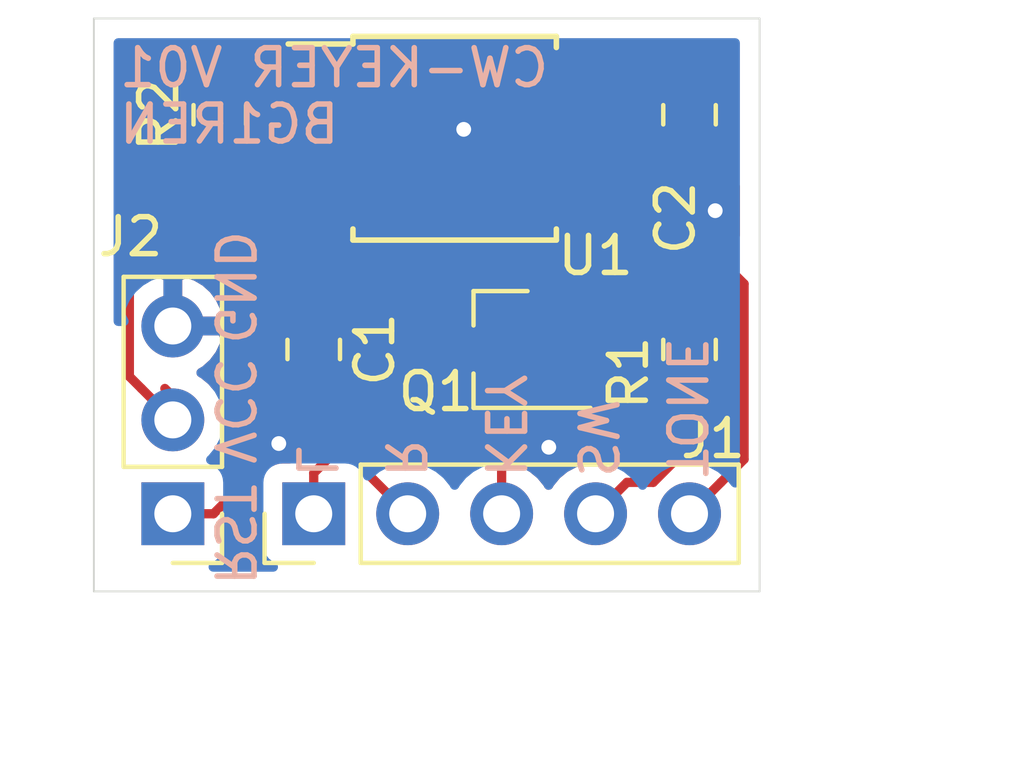
<source format=kicad_pcb>
(kicad_pcb (version 20171130) (host pcbnew 5.1.2)

  (general
    (thickness 1.6)
    (drawings 16)
    (tracks 73)
    (zones 0)
    (modules 8)
    (nets 11)
  )

  (page A4)
  (title_block
    (title "CW Keyer")
    (date 2019-05-22)
    (rev v01)
    (comment 4 "Author: BG1REN")
  )

  (layers
    (0 F.Cu signal)
    (31 B.Cu signal)
    (32 B.Adhes user)
    (33 F.Adhes user)
    (34 B.Paste user)
    (35 F.Paste user)
    (36 B.SilkS user)
    (37 F.SilkS user)
    (38 B.Mask user)
    (39 F.Mask user)
    (40 Dwgs.User user)
    (41 Cmts.User user)
    (42 Eco1.User user)
    (43 Eco2.User user)
    (44 Edge.Cuts user)
    (45 Margin user)
    (46 B.CrtYd user)
    (47 F.CrtYd user)
    (48 B.Fab user)
    (49 F.Fab user)
  )

  (setup
    (last_trace_width 0.25)
    (trace_clearance 0.2)
    (zone_clearance 0.508)
    (zone_45_only no)
    (trace_min 0.2)
    (via_size 0.8)
    (via_drill 0.4)
    (via_min_size 0.4)
    (via_min_drill 0.3)
    (uvia_size 0.3)
    (uvia_drill 0.1)
    (uvias_allowed no)
    (uvia_min_size 0.2)
    (uvia_min_drill 0.1)
    (edge_width 0.05)
    (segment_width 0.2)
    (pcb_text_width 0.3)
    (pcb_text_size 1.5 1.5)
    (mod_edge_width 0.12)
    (mod_text_size 1 1)
    (mod_text_width 0.15)
    (pad_size 1.524 1.524)
    (pad_drill 0.762)
    (pad_to_mask_clearance 0.051)
    (solder_mask_min_width 0.25)
    (aux_axis_origin 0 0)
    (visible_elements FFFFFF7F)
    (pcbplotparams
      (layerselection 0x010fc_ffffffff)
      (usegerberextensions false)
      (usegerberattributes false)
      (usegerberadvancedattributes false)
      (creategerberjobfile false)
      (excludeedgelayer true)
      (linewidth 0.100000)
      (plotframeref false)
      (viasonmask false)
      (mode 1)
      (useauxorigin false)
      (hpglpennumber 1)
      (hpglpenspeed 20)
      (hpglpendiameter 15.000000)
      (psnegative false)
      (psa4output false)
      (plotreference true)
      (plotvalue true)
      (plotinvisibletext false)
      (padsonsilk false)
      (subtractmaskfromsilk false)
      (outputformat 1)
      (mirror false)
      (drillshape 1)
      (scaleselection 1)
      (outputdirectory ""))
  )

  (net 0 "")
  (net 1 GND)
  (net 2 KEY)
  (net 3 TONE)
  (net 4 PAD_R)
  (net 5 PAD_L)
  (net 6 SW)
  (net 7 "Net-(Q1-Pad2)")
  (net 8 "Net-(R1-Pad2)")
  (net 9 VCC)
  (net 10 RESET)

  (net_class Default "This is the default net class."
    (clearance 0.2)
    (trace_width 0.25)
    (via_dia 0.8)
    (via_drill 0.4)
    (uvia_dia 0.3)
    (uvia_drill 0.1)
    (add_net GND)
    (add_net KEY)
    (add_net "Net-(Q1-Pad2)")
    (add_net "Net-(R1-Pad2)")
    (add_net PAD_L)
    (add_net PAD_R)
    (add_net RESET)
    (add_net SW)
    (add_net TONE)
    (add_net VCC)
  )

  (module Capacitor_SMD:C_0805_2012Metric_Pad1.15x1.40mm_HandSolder (layer F.Cu) (tedit 5B36C52B) (tstamp 5CE3AEDC)
    (at 141.605 78.105 270)
    (descr "Capacitor SMD 0805 (2012 Metric), square (rectangular) end terminal, IPC_7351 nominal with elongated pad for handsoldering. (Body size source: https://docs.google.com/spreadsheets/d/1BsfQQcO9C6DZCsRaXUlFlo91Tg2WpOkGARC1WS5S8t0/edit?usp=sharing), generated with kicad-footprint-generator")
    (tags "capacitor handsolder")
    (path /5CE3C03F)
    (attr smd)
    (fp_text reference C2 (at 2.794 0.381 90) (layer F.SilkS)
      (effects (font (size 1 1) (thickness 0.15)))
    )
    (fp_text value 10u (at 0 1.65 90) (layer F.Fab)
      (effects (font (size 1 1) (thickness 0.15)))
    )
    (fp_text user %R (at 0 0 90) (layer F.Fab)
      (effects (font (size 0.5 0.5) (thickness 0.08)))
    )
    (fp_line (start 1.85 0.95) (end -1.85 0.95) (layer F.CrtYd) (width 0.05))
    (fp_line (start 1.85 -0.95) (end 1.85 0.95) (layer F.CrtYd) (width 0.05))
    (fp_line (start -1.85 -0.95) (end 1.85 -0.95) (layer F.CrtYd) (width 0.05))
    (fp_line (start -1.85 0.95) (end -1.85 -0.95) (layer F.CrtYd) (width 0.05))
    (fp_line (start -0.261252 0.71) (end 0.261252 0.71) (layer F.SilkS) (width 0.12))
    (fp_line (start -0.261252 -0.71) (end 0.261252 -0.71) (layer F.SilkS) (width 0.12))
    (fp_line (start 1 0.6) (end -1 0.6) (layer F.Fab) (width 0.1))
    (fp_line (start 1 -0.6) (end 1 0.6) (layer F.Fab) (width 0.1))
    (fp_line (start -1 -0.6) (end 1 -0.6) (layer F.Fab) (width 0.1))
    (fp_line (start -1 0.6) (end -1 -0.6) (layer F.Fab) (width 0.1))
    (pad 2 smd roundrect (at 1.025 0 270) (size 1.15 1.4) (layers F.Cu F.Paste F.Mask) (roundrect_rratio 0.217391)
      (net 1 GND))
    (pad 1 smd roundrect (at -1.025 0 270) (size 1.15 1.4) (layers F.Cu F.Paste F.Mask) (roundrect_rratio 0.217391)
      (net 9 VCC))
    (model ${KISYS3DMOD}/Capacitor_SMD.3dshapes/C_0805_2012Metric.wrl
      (at (xyz 0 0 0))
      (scale (xyz 1 1 1))
      (rotate (xyz 0 0 0))
    )
  )

  (module Connector_PinHeader_2.54mm:PinHeader_1x03_P2.54mm_Vertical (layer F.Cu) (tedit 59FED5CC) (tstamp 5CE3FA50)
    (at 127.635 88.9 180)
    (descr "Through hole straight pin header, 1x03, 2.54mm pitch, single row")
    (tags "Through hole pin header THT 1x03 2.54mm single row")
    (path /5CE55E5E)
    (fp_text reference J2 (at 1.143 7.493) (layer F.SilkS)
      (effects (font (size 1 1) (thickness 0.15)))
    )
    (fp_text value Conn_01x03 (at 0 7.41) (layer F.Fab)
      (effects (font (size 1 1) (thickness 0.15)))
    )
    (fp_text user %R (at 0 2.54 90) (layer F.Fab)
      (effects (font (size 1 1) (thickness 0.15)))
    )
    (fp_line (start 1.8 -1.8) (end -1.8 -1.8) (layer F.CrtYd) (width 0.05))
    (fp_line (start 1.8 6.85) (end 1.8 -1.8) (layer F.CrtYd) (width 0.05))
    (fp_line (start -1.8 6.85) (end 1.8 6.85) (layer F.CrtYd) (width 0.05))
    (fp_line (start -1.8 -1.8) (end -1.8 6.85) (layer F.CrtYd) (width 0.05))
    (fp_line (start -1.33 -1.33) (end 0 -1.33) (layer F.SilkS) (width 0.12))
    (fp_line (start -1.33 0) (end -1.33 -1.33) (layer F.SilkS) (width 0.12))
    (fp_line (start -1.33 1.27) (end 1.33 1.27) (layer F.SilkS) (width 0.12))
    (fp_line (start 1.33 1.27) (end 1.33 6.41) (layer F.SilkS) (width 0.12))
    (fp_line (start -1.33 1.27) (end -1.33 6.41) (layer F.SilkS) (width 0.12))
    (fp_line (start -1.33 6.41) (end 1.33 6.41) (layer F.SilkS) (width 0.12))
    (fp_line (start -1.27 -0.635) (end -0.635 -1.27) (layer F.Fab) (width 0.1))
    (fp_line (start -1.27 6.35) (end -1.27 -0.635) (layer F.Fab) (width 0.1))
    (fp_line (start 1.27 6.35) (end -1.27 6.35) (layer F.Fab) (width 0.1))
    (fp_line (start 1.27 -1.27) (end 1.27 6.35) (layer F.Fab) (width 0.1))
    (fp_line (start -0.635 -1.27) (end 1.27 -1.27) (layer F.Fab) (width 0.1))
    (pad 3 thru_hole oval (at 0 5.08 180) (size 1.7 1.7) (drill 1) (layers *.Cu *.Mask)
      (net 1 GND))
    (pad 2 thru_hole oval (at 0 2.54 180) (size 1.7 1.7) (drill 1) (layers *.Cu *.Mask)
      (net 9 VCC))
    (pad 1 thru_hole rect (at 0 0 180) (size 1.7 1.7) (drill 1) (layers *.Cu *.Mask)
      (net 10 RESET))
    (model ${KISYS3DMOD}/Connector_PinHeader_2.54mm.3dshapes/PinHeader_1x03_P2.54mm_Vertical.wrl
      (at (xyz 0 0 0))
      (scale (xyz 1 1 1))
      (rotate (xyz 0 0 0))
    )
  )

  (module Connector_PinHeader_2.54mm:PinHeader_1x05_P2.54mm_Vertical (layer F.Cu) (tedit 59FED5CC) (tstamp 5CE3EFF1)
    (at 131.445 88.9 90)
    (descr "Through hole straight pin header, 1x05, 2.54mm pitch, single row")
    (tags "Through hole pin header THT 1x05 2.54mm single row")
    (path /5CE3E591)
    (fp_text reference J1 (at 2.032 10.795 180) (layer F.SilkS)
      (effects (font (size 1 1) (thickness 0.15)))
    )
    (fp_text value Conn_01x05 (at 0 12.49 90) (layer F.Fab)
      (effects (font (size 1 1) (thickness 0.15)))
    )
    (fp_text user %R (at 0 5.08) (layer F.Fab)
      (effects (font (size 1 1) (thickness 0.15)))
    )
    (fp_line (start 1.8 -1.8) (end -1.8 -1.8) (layer F.CrtYd) (width 0.05))
    (fp_line (start 1.8 11.95) (end 1.8 -1.8) (layer F.CrtYd) (width 0.05))
    (fp_line (start -1.8 11.95) (end 1.8 11.95) (layer F.CrtYd) (width 0.05))
    (fp_line (start -1.8 -1.8) (end -1.8 11.95) (layer F.CrtYd) (width 0.05))
    (fp_line (start -1.33 -1.33) (end 0 -1.33) (layer F.SilkS) (width 0.12))
    (fp_line (start -1.33 0) (end -1.33 -1.33) (layer F.SilkS) (width 0.12))
    (fp_line (start -1.33 1.27) (end 1.33 1.27) (layer F.SilkS) (width 0.12))
    (fp_line (start 1.33 1.27) (end 1.33 11.49) (layer F.SilkS) (width 0.12))
    (fp_line (start -1.33 1.27) (end -1.33 11.49) (layer F.SilkS) (width 0.12))
    (fp_line (start -1.33 11.49) (end 1.33 11.49) (layer F.SilkS) (width 0.12))
    (fp_line (start -1.27 -0.635) (end -0.635 -1.27) (layer F.Fab) (width 0.1))
    (fp_line (start -1.27 11.43) (end -1.27 -0.635) (layer F.Fab) (width 0.1))
    (fp_line (start 1.27 11.43) (end -1.27 11.43) (layer F.Fab) (width 0.1))
    (fp_line (start 1.27 -1.27) (end 1.27 11.43) (layer F.Fab) (width 0.1))
    (fp_line (start -0.635 -1.27) (end 1.27 -1.27) (layer F.Fab) (width 0.1))
    (pad 5 thru_hole oval (at 0 10.16 90) (size 1.7 1.7) (drill 1) (layers *.Cu *.Mask)
      (net 3 TONE))
    (pad 4 thru_hole oval (at 0 7.62 90) (size 1.7 1.7) (drill 1) (layers *.Cu *.Mask)
      (net 6 SW))
    (pad 3 thru_hole oval (at 0 5.08 90) (size 1.7 1.7) (drill 1) (layers *.Cu *.Mask)
      (net 2 KEY))
    (pad 2 thru_hole oval (at 0 2.54 90) (size 1.7 1.7) (drill 1) (layers *.Cu *.Mask)
      (net 4 PAD_R))
    (pad 1 thru_hole rect (at 0 0 90) (size 1.7 1.7) (drill 1) (layers *.Cu *.Mask)
      (net 5 PAD_L))
    (model ${KISYS3DMOD}/Connector_PinHeader_2.54mm.3dshapes/PinHeader_1x05_P2.54mm_Vertical.wrl
      (at (xyz 0 0 0))
      (scale (xyz 1 1 1))
      (rotate (xyz 0 0 0))
    )
  )

  (module Package_SO:SOIJ-8_5.3x5.3mm_P1.27mm (layer F.Cu) (tedit 5A02F2D3) (tstamp 5CE3F045)
    (at 135.255 78.74)
    (descr "8-Lead Plastic Small Outline (SM) - Medium, 5.28 mm Body [SOIC] (see Microchip Packaging Specification 00000049BS.pdf)")
    (tags "SOIC 1.27")
    (path /5CE51ECC)
    (attr smd)
    (fp_text reference U1 (at 3.81 3.175) (layer F.SilkS)
      (effects (font (size 1 1) (thickness 0.15)))
    )
    (fp_text value ATtiny85-20SU (at 0 3.68) (layer F.Fab)
      (effects (font (size 1 1) (thickness 0.15)))
    )
    (fp_line (start -2.75 -2.55) (end -4.5 -2.55) (layer F.SilkS) (width 0.15))
    (fp_line (start -2.75 2.755) (end 2.75 2.755) (layer F.SilkS) (width 0.15))
    (fp_line (start -2.75 -2.755) (end 2.75 -2.755) (layer F.SilkS) (width 0.15))
    (fp_line (start -2.75 2.755) (end -2.75 2.455) (layer F.SilkS) (width 0.15))
    (fp_line (start 2.75 2.755) (end 2.75 2.455) (layer F.SilkS) (width 0.15))
    (fp_line (start 2.75 -2.755) (end 2.75 -2.455) (layer F.SilkS) (width 0.15))
    (fp_line (start -2.75 -2.755) (end -2.75 -2.55) (layer F.SilkS) (width 0.15))
    (fp_line (start -4.75 2.95) (end 4.75 2.95) (layer F.CrtYd) (width 0.05))
    (fp_line (start -4.75 -2.95) (end 4.75 -2.95) (layer F.CrtYd) (width 0.05))
    (fp_line (start 4.75 -2.95) (end 4.75 2.95) (layer F.CrtYd) (width 0.05))
    (fp_line (start -4.75 -2.95) (end -4.75 2.95) (layer F.CrtYd) (width 0.05))
    (fp_line (start -2.65 -1.65) (end -1.65 -2.65) (layer F.Fab) (width 0.15))
    (fp_line (start -2.65 2.65) (end -2.65 -1.65) (layer F.Fab) (width 0.15))
    (fp_line (start 2.65 2.65) (end -2.65 2.65) (layer F.Fab) (width 0.15))
    (fp_line (start 2.65 -2.65) (end 2.65 2.65) (layer F.Fab) (width 0.15))
    (fp_line (start -1.65 -2.65) (end 2.65 -2.65) (layer F.Fab) (width 0.15))
    (fp_text user %R (at 0 0) (layer F.Fab)
      (effects (font (size 1 1) (thickness 0.15)))
    )
    (pad 8 smd rect (at 3.65 -1.905) (size 1.7 0.65) (layers F.Cu F.Paste F.Mask)
      (net 9 VCC))
    (pad 7 smd rect (at 3.65 -0.635) (size 1.7 0.65) (layers F.Cu F.Paste F.Mask)
      (net 3 TONE))
    (pad 6 smd rect (at 3.65 0.635) (size 1.7 0.65) (layers F.Cu F.Paste F.Mask)
      (net 8 "Net-(R1-Pad2)"))
    (pad 5 smd rect (at 3.65 1.905) (size 1.7 0.65) (layers F.Cu F.Paste F.Mask)
      (net 6 SW))
    (pad 4 smd rect (at -3.65 1.905) (size 1.7 0.65) (layers F.Cu F.Paste F.Mask)
      (net 1 GND))
    (pad 3 smd rect (at -3.65 0.635) (size 1.7 0.65) (layers F.Cu F.Paste F.Mask)
      (net 4 PAD_R))
    (pad 2 smd rect (at -3.65 -0.635) (size 1.7 0.65) (layers F.Cu F.Paste F.Mask)
      (net 5 PAD_L))
    (pad 1 smd rect (at -3.65 -1.905) (size 1.7 0.65) (layers F.Cu F.Paste F.Mask)
      (net 10 RESET))
    (model ${KISYS3DMOD}/Package_SO.3dshapes/SOIJ-8_5.3x5.3mm_P1.27mm.wrl
      (at (xyz 0 0 0))
      (scale (xyz 1 1 1))
      (rotate (xyz 0 0 0))
    )
  )

  (module Resistor_SMD:R_0805_2012Metric_Pad1.15x1.40mm_HandSolder (layer F.Cu) (tedit 5B36C52B) (tstamp 5CE3F028)
    (at 128.905 78.105 90)
    (descr "Resistor SMD 0805 (2012 Metric), square (rectangular) end terminal, IPC_7351 nominal with elongated pad for handsoldering. (Body size source: https://docs.google.com/spreadsheets/d/1BsfQQcO9C6DZCsRaXUlFlo91Tg2WpOkGARC1WS5S8t0/edit?usp=sharing), generated with kicad-footprint-generator")
    (tags "resistor handsolder")
    (path /5CE4AC5C)
    (attr smd)
    (fp_text reference R2 (at 0 -1.65 90) (layer F.SilkS)
      (effects (font (size 1 1) (thickness 0.15)))
    )
    (fp_text value 4.7K (at 0 1.65 90) (layer F.Fab)
      (effects (font (size 1 1) (thickness 0.15)))
    )
    (fp_text user %R (at 0 0 90) (layer F.Fab)
      (effects (font (size 0.5 0.5) (thickness 0.08)))
    )
    (fp_line (start 1.85 0.95) (end -1.85 0.95) (layer F.CrtYd) (width 0.05))
    (fp_line (start 1.85 -0.95) (end 1.85 0.95) (layer F.CrtYd) (width 0.05))
    (fp_line (start -1.85 -0.95) (end 1.85 -0.95) (layer F.CrtYd) (width 0.05))
    (fp_line (start -1.85 0.95) (end -1.85 -0.95) (layer F.CrtYd) (width 0.05))
    (fp_line (start -0.261252 0.71) (end 0.261252 0.71) (layer F.SilkS) (width 0.12))
    (fp_line (start -0.261252 -0.71) (end 0.261252 -0.71) (layer F.SilkS) (width 0.12))
    (fp_line (start 1 0.6) (end -1 0.6) (layer F.Fab) (width 0.1))
    (fp_line (start 1 -0.6) (end 1 0.6) (layer F.Fab) (width 0.1))
    (fp_line (start -1 -0.6) (end 1 -0.6) (layer F.Fab) (width 0.1))
    (fp_line (start -1 0.6) (end -1 -0.6) (layer F.Fab) (width 0.1))
    (pad 2 smd roundrect (at 1.025 0 90) (size 1.15 1.4) (layers F.Cu F.Paste F.Mask) (roundrect_rratio 0.217391)
      (net 9 VCC))
    (pad 1 smd roundrect (at -1.025 0 90) (size 1.15 1.4) (layers F.Cu F.Paste F.Mask) (roundrect_rratio 0.217391)
      (net 10 RESET))
    (model ${KISYS3DMOD}/Resistor_SMD.3dshapes/R_0805_2012Metric.wrl
      (at (xyz 0 0 0))
      (scale (xyz 1 1 1))
      (rotate (xyz 0 0 0))
    )
  )

  (module Resistor_SMD:R_0805_2012Metric_Pad1.15x1.40mm_HandSolder (layer F.Cu) (tedit 5B36C52B) (tstamp 5CE3F017)
    (at 141.605 84.455 90)
    (descr "Resistor SMD 0805 (2012 Metric), square (rectangular) end terminal, IPC_7351 nominal with elongated pad for handsoldering. (Body size source: https://docs.google.com/spreadsheets/d/1BsfQQcO9C6DZCsRaXUlFlo91Tg2WpOkGARC1WS5S8t0/edit?usp=sharing), generated with kicad-footprint-generator")
    (tags "resistor handsolder")
    (path /5CE3CAAD)
    (attr smd)
    (fp_text reference R1 (at -0.635 -1.65 90) (layer F.SilkS)
      (effects (font (size 1 1) (thickness 0.15)))
    )
    (fp_text value 4.7K (at 0 1.65 90) (layer F.Fab)
      (effects (font (size 1 1) (thickness 0.15)))
    )
    (fp_text user %R (at 0 0 90) (layer F.Fab)
      (effects (font (size 0.5 0.5) (thickness 0.08)))
    )
    (fp_line (start 1.85 0.95) (end -1.85 0.95) (layer F.CrtYd) (width 0.05))
    (fp_line (start 1.85 -0.95) (end 1.85 0.95) (layer F.CrtYd) (width 0.05))
    (fp_line (start -1.85 -0.95) (end 1.85 -0.95) (layer F.CrtYd) (width 0.05))
    (fp_line (start -1.85 0.95) (end -1.85 -0.95) (layer F.CrtYd) (width 0.05))
    (fp_line (start -0.261252 0.71) (end 0.261252 0.71) (layer F.SilkS) (width 0.12))
    (fp_line (start -0.261252 -0.71) (end 0.261252 -0.71) (layer F.SilkS) (width 0.12))
    (fp_line (start 1 0.6) (end -1 0.6) (layer F.Fab) (width 0.1))
    (fp_line (start 1 -0.6) (end 1 0.6) (layer F.Fab) (width 0.1))
    (fp_line (start -1 -0.6) (end 1 -0.6) (layer F.Fab) (width 0.1))
    (fp_line (start -1 0.6) (end -1 -0.6) (layer F.Fab) (width 0.1))
    (pad 2 smd roundrect (at 1.025 0 90) (size 1.15 1.4) (layers F.Cu F.Paste F.Mask) (roundrect_rratio 0.217391)
      (net 8 "Net-(R1-Pad2)"))
    (pad 1 smd roundrect (at -1.025 0 90) (size 1.15 1.4) (layers F.Cu F.Paste F.Mask) (roundrect_rratio 0.217391)
      (net 7 "Net-(Q1-Pad2)"))
    (model ${KISYS3DMOD}/Resistor_SMD.3dshapes/R_0805_2012Metric.wrl
      (at (xyz 0 0 0))
      (scale (xyz 1 1 1))
      (rotate (xyz 0 0 0))
    )
  )

  (module Package_TO_SOT_SMD:SOT-23_Handsoldering (layer F.Cu) (tedit 5A0AB76C) (tstamp 5CE3F006)
    (at 136.525 84.455 180)
    (descr "SOT-23, Handsoldering")
    (tags SOT-23)
    (path /5CE3C3D3)
    (attr smd)
    (fp_text reference Q1 (at 1.778 -1.143) (layer F.SilkS)
      (effects (font (size 1 1) (thickness 0.15)))
    )
    (fp_text value S8050 (at 0 2.5) (layer F.Fab)
      (effects (font (size 1 1) (thickness 0.15)))
    )
    (fp_line (start 0.76 1.58) (end -0.7 1.58) (layer F.SilkS) (width 0.12))
    (fp_line (start -0.7 1.52) (end 0.7 1.52) (layer F.Fab) (width 0.1))
    (fp_line (start 0.7 -1.52) (end 0.7 1.52) (layer F.Fab) (width 0.1))
    (fp_line (start -0.7 -0.95) (end -0.15 -1.52) (layer F.Fab) (width 0.1))
    (fp_line (start -0.15 -1.52) (end 0.7 -1.52) (layer F.Fab) (width 0.1))
    (fp_line (start -0.7 -0.95) (end -0.7 1.5) (layer F.Fab) (width 0.1))
    (fp_line (start 0.76 -1.58) (end -2.4 -1.58) (layer F.SilkS) (width 0.12))
    (fp_line (start -2.7 1.75) (end -2.7 -1.75) (layer F.CrtYd) (width 0.05))
    (fp_line (start 2.7 1.75) (end -2.7 1.75) (layer F.CrtYd) (width 0.05))
    (fp_line (start 2.7 -1.75) (end 2.7 1.75) (layer F.CrtYd) (width 0.05))
    (fp_line (start -2.7 -1.75) (end 2.7 -1.75) (layer F.CrtYd) (width 0.05))
    (fp_line (start 0.76 -1.58) (end 0.76 -0.65) (layer F.SilkS) (width 0.12))
    (fp_line (start 0.76 1.58) (end 0.76 0.65) (layer F.SilkS) (width 0.12))
    (fp_text user %R (at 0 0 90) (layer F.Fab)
      (effects (font (size 0.5 0.5) (thickness 0.075)))
    )
    (pad 3 smd rect (at 1.5 0 180) (size 1.9 0.8) (layers F.Cu F.Paste F.Mask)
      (net 2 KEY))
    (pad 2 smd rect (at -1.5 0.95 180) (size 1.9 0.8) (layers F.Cu F.Paste F.Mask)
      (net 7 "Net-(Q1-Pad2)"))
    (pad 1 smd rect (at -1.5 -0.95 180) (size 1.9 0.8) (layers F.Cu F.Paste F.Mask)
      (net 1 GND))
    (model ${KISYS3DMOD}/Package_TO_SOT_SMD.3dshapes/SOT-23.wrl
      (at (xyz 0 0 0))
      (scale (xyz 1 1 1))
      (rotate (xyz 0 0 0))
    )
  )

  (module Capacitor_SMD:C_0805_2012Metric_Pad1.15x1.40mm_HandSolder (layer F.Cu) (tedit 5B36C52B) (tstamp 5CE3EFD8)
    (at 131.445 84.455 270)
    (descr "Capacitor SMD 0805 (2012 Metric), square (rectangular) end terminal, IPC_7351 nominal with elongated pad for handsoldering. (Body size source: https://docs.google.com/spreadsheets/d/1BsfQQcO9C6DZCsRaXUlFlo91Tg2WpOkGARC1WS5S8t0/edit?usp=sharing), generated with kicad-footprint-generator")
    (tags "capacitor handsolder")
    (path /5CE4B2AD)
    (attr smd)
    (fp_text reference C1 (at 0 -1.65 90) (layer F.SilkS)
      (effects (font (size 1 1) (thickness 0.15)))
    )
    (fp_text value 10u (at 0 1.65 90) (layer F.Fab)
      (effects (font (size 1 1) (thickness 0.15)))
    )
    (fp_text user %R (at 0 0 90) (layer F.Fab)
      (effects (font (size 0.5 0.5) (thickness 0.08)))
    )
    (fp_line (start 1.85 0.95) (end -1.85 0.95) (layer F.CrtYd) (width 0.05))
    (fp_line (start 1.85 -0.95) (end 1.85 0.95) (layer F.CrtYd) (width 0.05))
    (fp_line (start -1.85 -0.95) (end 1.85 -0.95) (layer F.CrtYd) (width 0.05))
    (fp_line (start -1.85 0.95) (end -1.85 -0.95) (layer F.CrtYd) (width 0.05))
    (fp_line (start -0.261252 0.71) (end 0.261252 0.71) (layer F.SilkS) (width 0.12))
    (fp_line (start -0.261252 -0.71) (end 0.261252 -0.71) (layer F.SilkS) (width 0.12))
    (fp_line (start 1 0.6) (end -1 0.6) (layer F.Fab) (width 0.1))
    (fp_line (start 1 -0.6) (end 1 0.6) (layer F.Fab) (width 0.1))
    (fp_line (start -1 -0.6) (end 1 -0.6) (layer F.Fab) (width 0.1))
    (fp_line (start -1 0.6) (end -1 -0.6) (layer F.Fab) (width 0.1))
    (pad 2 smd roundrect (at 1.025 0 270) (size 1.15 1.4) (layers F.Cu F.Paste F.Mask) (roundrect_rratio 0.217391)
      (net 1 GND))
    (pad 1 smd roundrect (at -1.025 0 270) (size 1.15 1.4) (layers F.Cu F.Paste F.Mask) (roundrect_rratio 0.217391)
      (net 10 RESET))
    (model ${KISYS3DMOD}/Capacitor_SMD.3dshapes/C_0805_2012Metric.wrl
      (at (xyz 0 0 0))
      (scale (xyz 1 1 1))
      (rotate (xyz 0 0 0))
    )
  )

  (dimension 15.5 (width 0.15) (layer Dwgs.User)
    (gr_text "15.500 mm" (at 149.3 83.25 270) (layer Dwgs.User)
      (effects (font (size 1 1) (thickness 0.15)))
    )
    (feature1 (pts (xy 143.5 91) (xy 148.586421 91)))
    (feature2 (pts (xy 143.5 75.5) (xy 148.586421 75.5)))
    (crossbar (pts (xy 148 75.5) (xy 148 91)))
    (arrow1a (pts (xy 148 91) (xy 147.413579 89.873496)))
    (arrow1b (pts (xy 148 91) (xy 148.586421 89.873496)))
    (arrow2a (pts (xy 148 75.5) (xy 147.413579 76.626504)))
    (arrow2b (pts (xy 148 75.5) (xy 148.586421 76.626504)))
  )
  (dimension 18 (width 0.15) (layer Dwgs.User)
    (gr_text "18.000 mm" (at 134.5 96.4) (layer Dwgs.User)
      (effects (font (size 1 1) (thickness 0.15)))
    )
    (feature1 (pts (xy 143.5 91) (xy 143.5 95.686421)))
    (feature2 (pts (xy 125.5 91) (xy 125.5 95.686421)))
    (crossbar (pts (xy 125.5 95.1) (xy 143.5 95.1)))
    (arrow1a (pts (xy 143.5 95.1) (xy 142.373496 95.686421)))
    (arrow1b (pts (xy 143.5 95.1) (xy 142.373496 94.513579)))
    (arrow2a (pts (xy 125.5 95.1) (xy 126.626504 95.686421)))
    (arrow2b (pts (xy 125.5 95.1) (xy 126.626504 94.513579)))
  )
  (gr_line (start 125.5 91) (end 143.5 91) (layer Edge.Cuts) (width 0.05) (tstamp 5CE3B6CF))
  (gr_line (start 125.5 75.5) (end 125.5 91) (layer Edge.Cuts) (width 0.05))
  (gr_line (start 143.5 75.5) (end 125.5 75.5) (layer Edge.Cuts) (width 0.05))
  (gr_line (start 143.5 91) (end 143.5 75.5) (layer Edge.Cuts) (width 0.05))
  (gr_text BG1REN (at 126.111 78.359) (layer B.SilkS)
    (effects (font (size 1 1) (thickness 0.15)) (justify right mirror))
  )
  (gr_text "CW-KEYER V01" (at 126.111 76.835) (layer B.SilkS)
    (effects (font (size 1 1) (thickness 0.15)) (justify right mirror))
  )
  (gr_text GND (at 129.286 81.153 270) (layer B.SilkS)
    (effects (font (size 1 1) (thickness 0.15)) (justify right mirror))
  )
  (gr_text VCC (at 129.286 84.582 270) (layer B.SilkS)
    (effects (font (size 1 1) (thickness 0.15)) (justify right mirror))
  )
  (gr_text RST (at 129.286 88.011 270) (layer B.SilkS)
    (effects (font (size 1 1) (thickness 0.15)) (justify right mirror))
  )
  (gr_text KEY (at 136.6 88 270) (layer B.SilkS)
    (effects (font (size 1 1) (thickness 0.15)) (justify left mirror))
  )
  (gr_text TONE (at 141.5 88 270) (layer B.SilkS)
    (effects (font (size 1 1) (thickness 0.15)) (justify left mirror))
  )
  (gr_text R (at 133.9 88 270) (layer B.SilkS)
    (effects (font (size 1 1) (thickness 0.15)) (justify left mirror))
  )
  (gr_text L (at 131.5 88 270) (layer B.SilkS)
    (effects (font (size 1 1) (thickness 0.15)) (justify left mirror))
  )
  (gr_text SW (at 139.1 88 270) (layer B.SilkS)
    (effects (font (size 1 1) (thickness 0.15)) (justify left mirror))
  )

  (via (at 142.3 80.7) (size 0.8) (drill 0.4) (layers F.Cu B.Cu) (net 1))
  (segment (start 142.3 79.825) (end 141.605 79.13) (width 0.25) (layer F.Cu) (net 1))
  (segment (start 142.3 80.7) (end 142.3 79.825) (width 0.25) (layer F.Cu) (net 1))
  (via (at 137.8 87.1) (size 0.8) (drill 0.4) (layers F.Cu B.Cu) (net 1))
  (via (at 135.5 78.5) (size 0.8) (drill 0.4) (layers F.Cu B.Cu) (net 1))
  (via (at 130.5 87) (size 0.8) (drill 0.4) (layers F.Cu B.Cu) (net 1))
  (segment (start 136.525 84.755) (end 136.525 87.697919) (width 0.25) (layer F.Cu) (net 2))
  (segment (start 136.225 84.455) (end 136.525 84.755) (width 0.25) (layer F.Cu) (net 2))
  (segment (start 136.525 87.697919) (end 136.525 88.9) (width 0.25) (layer F.Cu) (net 2))
  (segment (start 135.025 84.455) (end 136.225 84.455) (width 0.25) (layer F.Cu) (net 2))
  (segment (start 138.905 78.105) (end 138.43 78.105) (width 0.25) (layer F.Cu) (net 3))
  (segment (start 143.08002 87.42498) (end 142.454999 88.050001) (width 0.25) (layer F.Cu) (net 3))
  (segment (start 143.08002 82.68042) (end 143.08002 87.42498) (width 0.25) (layer F.Cu) (net 3))
  (segment (start 140.080001 79.680401) (end 143.08002 82.68042) (width 0.25) (layer F.Cu) (net 3))
  (segment (start 140.080001 78.755001) (end 140.080001 79.680401) (width 0.25) (layer F.Cu) (net 3))
  (segment (start 142.454999 88.050001) (end 141.605 88.9) (width 0.25) (layer F.Cu) (net 3))
  (segment (start 139.43 78.105) (end 140.080001 78.755001) (width 0.25) (layer F.Cu) (net 3))
  (segment (start 138.905 78.105) (end 139.43 78.105) (width 0.25) (layer F.Cu) (net 3))
  (segment (start 139.065 88.519) (end 139.065 88.9) (width 0.25) (layer B.Cu) (net 6))
  (segment (start 132.13 79.375) (end 131.605 79.375) (width 0.25) (layer F.Cu) (net 4))
  (segment (start 130.38002 79.49998) (end 130.38002 81.08359) (width 0.25) (layer F.Cu) (net 4))
  (segment (start 131.605 79.375) (end 130.505 79.375) (width 0.25) (layer F.Cu) (net 4))
  (segment (start 130.505 79.375) (end 130.38002 79.49998) (width 0.25) (layer F.Cu) (net 4))
  (segment (start 132.319581 82.079981) (end 132.92002 82.68042) (width 0.25) (layer F.Cu) (net 4))
  (segment (start 130.38002 81.08359) (end 131.37641 82.07998) (width 0.25) (layer F.Cu) (net 4))
  (segment (start 131.37641 82.07998) (end 132.319581 82.079981) (width 0.25) (layer F.Cu) (net 4))
  (segment (start 132.92002 87.83502) (end 133.985 88.9) (width 0.25) (layer F.Cu) (net 4))
  (segment (start 132.92002 82.68042) (end 132.92002 87.83502) (width 0.25) (layer F.Cu) (net 4))
  (segment (start 131.08 78.105) (end 131.605 78.105) (width 0.25) (layer F.Cu) (net 5))
  (segment (start 129.93001 78.67999) (end 129.93001 81.26999) (width 0.25) (layer F.Cu) (net 5))
  (segment (start 131.605 78.105) (end 130.505 78.105) (width 0.25) (layer F.Cu) (net 5))
  (segment (start 130.505 78.105) (end 129.93001 78.67999) (width 0.25) (layer F.Cu) (net 5))
  (segment (start 132.47001 82.86682) (end 132.47001 86.77499) (width 0.25) (layer F.Cu) (net 5))
  (segment (start 131.445 87.8) (end 131.445 88.9) (width 0.25) (layer F.Cu) (net 5))
  (segment (start 132.13318 82.52999) (end 132.47001 82.86682) (width 0.25) (layer F.Cu) (net 5))
  (segment (start 132.47001 86.77499) (end 131.445 87.8) (width 0.25) (layer F.Cu) (net 5))
  (segment (start 131.19001 82.52999) (end 132.13318 82.52999) (width 0.25) (layer F.Cu) (net 5))
  (segment (start 129.93001 81.26999) (end 131.19001 82.52999) (width 0.25) (layer F.Cu) (net 5))
  (segment (start 140.40819 80.645) (end 142.63001 82.86682) (width 0.25) (layer F.Cu) (net 6))
  (segment (start 139.914999 88.050001) (end 139.065 88.9) (width 0.25) (layer F.Cu) (net 6))
  (segment (start 140.623189 88.050001) (end 139.914999 88.050001) (width 0.25) (layer F.Cu) (net 6))
  (segment (start 142.63001 86.04318) (end 140.623189 88.050001) (width 0.25) (layer F.Cu) (net 6))
  (segment (start 142.63001 82.86682) (end 142.63001 86.04318) (width 0.25) (layer F.Cu) (net 6))
  (segment (start 138.905 80.645) (end 140.40819 80.645) (width 0.25) (layer F.Cu) (net 6))
  (segment (start 139.63 83.505) (end 141.605 85.48) (width 0.25) (layer F.Cu) (net 7))
  (segment (start 138.025 83.505) (end 139.63 83.505) (width 0.25) (layer F.Cu) (net 7))
  (segment (start 140.981628 82.806628) (end 141.605 83.43) (width 0.25) (layer F.Cu) (net 8))
  (segment (start 137.729999 80.025001) (end 137.729999 81.274997) (width 0.25) (layer F.Cu) (net 8))
  (segment (start 137.729999 81.274997) (end 139.26163 82.806628) (width 0.25) (layer F.Cu) (net 8))
  (segment (start 138.38 79.375) (end 137.729999 80.025001) (width 0.25) (layer F.Cu) (net 8))
  (segment (start 139.26163 82.806628) (end 140.981628 82.806628) (width 0.25) (layer F.Cu) (net 8))
  (segment (start 138.905 79.375) (end 138.38 79.375) (width 0.25) (layer F.Cu) (net 8))
  (segment (start 139.15 77.08) (end 138.905 76.835) (width 0.25) (layer F.Cu) (net 9))
  (segment (start 141.605 77.08) (end 139.15 77.08) (width 0.25) (layer F.Cu) (net 9))
  (segment (start 127.420001 85.510001) (end 128.27 86.36) (width 0.25) (layer F.Cu) (net 9))
  (segment (start 129.528372 76.456628) (end 128.905 77.08) (width 0.25) (layer F.Cu) (net 9))
  (segment (start 129.800001 76.184999) (end 129.528372 76.456628) (width 0.25) (layer F.Cu) (net 9))
  (segment (start 137.154999 76.184999) (end 129.800001 76.184999) (width 0.25) (layer F.Cu) (net 9))
  (segment (start 137.805 76.835) (end 137.154999 76.184999) (width 0.25) (layer F.Cu) (net 9))
  (segment (start 138.905 76.835) (end 137.805 76.835) (width 0.25) (layer F.Cu) (net 9))
  (segment (start 126.785001 85.510001) (end 127.635 86.36) (width 0.25) (layer F.Cu) (net 9))
  (segment (start 126.459999 79.525001) (end 126.459999 85.184999) (width 0.25) (layer F.Cu) (net 9))
  (segment (start 126.459999 85.184999) (end 126.785001 85.510001) (width 0.25) (layer F.Cu) (net 9))
  (segment (start 128.905 77.08) (end 126.459999 79.525001) (width 0.25) (layer F.Cu) (net 9))
  (segment (start 128.905 79.01) (end 128.905 79.13) (width 0.25) (layer F.Cu) (net 10))
  (segment (start 131.08 76.835) (end 128.905 79.01) (width 0.25) (layer F.Cu) (net 10))
  (segment (start 131.605 76.835) (end 131.08 76.835) (width 0.25) (layer F.Cu) (net 10))
  (segment (start 128.905 80.89) (end 128.905 79.13) (width 0.25) (layer F.Cu) (net 10))
  (segment (start 131.445 83.43) (end 128.905 80.89) (width 0.25) (layer F.Cu) (net 10))
  (segment (start 128.735 88.9) (end 127.635 88.9) (width 0.25) (layer F.Cu) (net 10))
  (segment (start 129.54 88.095) (end 128.735 88.9) (width 0.25) (layer F.Cu) (net 10))
  (segment (start 129.54 85.335) (end 129.54 88.095) (width 0.25) (layer F.Cu) (net 10))
  (segment (start 131.445 83.43) (end 129.54 85.335) (width 0.25) (layer F.Cu) (net 10))

  (zone (net 1) (net_name GND) (layer F.Cu) (tstamp 5CF0EDC0) (hatch edge 0.508)
    (connect_pads (clearance 0.508))
    (min_thickness 0.254)
    (fill yes (arc_segments 32) (thermal_gap 0.508) (thermal_bridge_width 0.508))
    (polygon
      (pts
        (xy 125 75) (xy 144 75) (xy 144 91.5) (xy 125 91.5)
      )
    )
    (filled_polygon
      (pts
        (xy 140.266928 85.21673) (xy 140.266928 85.805001) (xy 140.283992 85.978255) (xy 140.334528 86.144851) (xy 140.416595 86.298387)
        (xy 140.527038 86.432962) (xy 140.661613 86.543405) (xy 140.815149 86.625472) (xy 140.936197 86.662191) (xy 140.308388 87.290001)
        (xy 139.952321 87.290001) (xy 139.914998 87.286325) (xy 139.877675 87.290001) (xy 139.877666 87.290001) (xy 139.766013 87.300998)
        (xy 139.622752 87.344455) (xy 139.490722 87.415027) (xy 139.435302 87.460509) (xy 139.356111 87.436487) (xy 139.13795 87.415)
        (xy 138.99205 87.415) (xy 138.773889 87.436487) (xy 138.493966 87.521401) (xy 138.235986 87.659294) (xy 138.009866 87.844866)
        (xy 137.824294 88.070986) (xy 137.795 88.125791) (xy 137.765706 88.070986) (xy 137.580134 87.844866) (xy 137.354014 87.659294)
        (xy 137.285 87.622405) (xy 137.285 86.442101) (xy 137.73925 86.44) (xy 137.898 86.28125) (xy 137.898 85.532)
        (xy 138.152 85.532) (xy 138.152 86.28125) (xy 138.31075 86.44) (xy 138.975 86.443072) (xy 139.099482 86.430812)
        (xy 139.21918 86.394502) (xy 139.329494 86.335537) (xy 139.426185 86.256185) (xy 139.505537 86.159494) (xy 139.564502 86.04918)
        (xy 139.600812 85.929482) (xy 139.613072 85.805) (xy 139.61 85.69075) (xy 139.45125 85.532) (xy 138.152 85.532)
        (xy 137.898 85.532) (xy 137.878 85.532) (xy 137.878 85.278) (xy 137.898 85.278) (xy 137.898 85.258)
        (xy 138.152 85.258) (xy 138.152 85.278) (xy 139.45125 85.278) (xy 139.61 85.11925) (xy 139.613072 85.005)
        (xy 139.600812 84.880518) (xy 139.564502 84.76082) (xy 139.505537 84.650506) (xy 139.426185 84.553815) (xy 139.329494 84.474463)
        (xy 139.293082 84.455) (xy 139.329494 84.435537) (xy 139.415309 84.36511)
      )
    )
    (filled_polygon
      (pts
        (xy 131.572 85.353) (xy 131.592 85.353) (xy 131.592 85.607) (xy 131.572 85.607) (xy 131.572 86.53125)
        (xy 131.605474 86.564724) (xy 130.934002 87.236196) (xy 130.904999 87.259999) (xy 130.859869 87.314991) (xy 130.810026 87.375724)
        (xy 130.790674 87.411928) (xy 130.595 87.411928) (xy 130.470518 87.424188) (xy 130.35082 87.460498) (xy 130.3 87.487662)
        (xy 130.3 86.511261) (xy 130.390506 86.585537) (xy 130.50082 86.644502) (xy 130.620518 86.680812) (xy 130.745 86.693072)
        (xy 131.15925 86.69) (xy 131.318 86.53125) (xy 131.318 85.607) (xy 131.298 85.607) (xy 131.298 85.353)
        (xy 131.318 85.353) (xy 131.318 85.333) (xy 131.572 85.333)
      )
    )
    (filled_polygon
      (pts
        (xy 127.583992 79.628255) (xy 127.634528 79.794851) (xy 127.716595 79.948387) (xy 127.827038 80.082962) (xy 127.961613 80.193405)
        (xy 128.115149 80.275472) (xy 128.145 80.284527) (xy 128.145 80.852677) (xy 128.141324 80.89) (xy 128.145 80.927322)
        (xy 128.145 80.927332) (xy 128.155997 81.038985) (xy 128.180877 81.121005) (xy 128.199454 81.182246) (xy 128.270026 81.314276)
        (xy 128.309871 81.362826) (xy 128.364999 81.430001) (xy 128.394003 81.453804) (xy 130.106928 83.16673) (xy 130.106928 83.69327)
        (xy 129.029003 84.771196) (xy 128.999999 84.794999) (xy 128.950758 84.855) (xy 128.905026 84.910724) (xy 128.873342 84.97)
        (xy 128.834454 85.042754) (xy 128.790997 85.186015) (xy 128.78 85.297668) (xy 128.78 85.297678) (xy 128.776324 85.335)
        (xy 128.78 85.372323) (xy 128.78 85.414368) (xy 128.690134 85.304866) (xy 128.464014 85.119294) (xy 128.399477 85.084799)
        (xy 128.516355 85.015178) (xy 128.732588 84.820269) (xy 128.906641 84.58692) (xy 129.031825 84.324099) (xy 129.076476 84.17689)
        (xy 128.955155 83.947) (xy 127.762 83.947) (xy 127.762 83.967) (xy 127.508 83.967) (xy 127.508 83.947)
        (xy 127.488 83.947) (xy 127.488 83.693) (xy 127.508 83.693) (xy 127.508 82.499186) (xy 127.762 82.499186)
        (xy 127.762 83.693) (xy 128.955155 83.693) (xy 129.076476 83.46311) (xy 129.031825 83.315901) (xy 128.906641 83.05308)
        (xy 128.732588 82.819731) (xy 128.516355 82.624822) (xy 128.266252 82.475843) (xy 127.991891 82.378519) (xy 127.762 82.499186)
        (xy 127.508 82.499186) (xy 127.278109 82.378519) (xy 127.219999 82.399132) (xy 127.219999 79.839802) (xy 127.570324 79.489478)
      )
    )
    (filled_polygon
      (pts
        (xy 137.2412 77.346002) (xy 137.264999 77.375001) (xy 137.380724 77.469974) (xy 137.474034 77.51985) (xy 137.465498 77.53582)
        (xy 137.429188 77.655518) (xy 137.416928 77.78) (xy 137.416928 78.43) (xy 137.429188 78.554482) (xy 137.465498 78.67418)
        (xy 137.50068 78.74) (xy 137.465498 78.80582) (xy 137.429188 78.925518) (xy 137.416928 79.05) (xy 137.416928 79.263271)
        (xy 137.219001 79.461198) (xy 137.189998 79.485) (xy 137.151906 79.531416) (xy 137.095025 79.600725) (xy 137.032482 79.717734)
        (xy 137.024453 79.732755) (xy 136.980996 79.876016) (xy 136.969999 79.987669) (xy 136.969999 79.987679) (xy 136.966323 80.025001)
        (xy 136.969999 80.062324) (xy 136.97 81.237665) (xy 136.966323 81.274997) (xy 136.97 81.31233) (xy 136.980997 81.423983)
        (xy 136.987375 81.445008) (xy 137.024453 81.567243) (xy 137.095025 81.699273) (xy 137.150045 81.766314) (xy 137.189999 81.814998)
        (xy 137.218997 81.838796) (xy 137.847129 82.466928) (xy 137.075 82.466928) (xy 136.950518 82.479188) (xy 136.83082 82.515498)
        (xy 136.720506 82.574463) (xy 136.623815 82.653815) (xy 136.544463 82.750506) (xy 136.485498 82.86082) (xy 136.449188 82.980518)
        (xy 136.436928 83.105) (xy 136.436928 83.616905) (xy 136.426185 83.603815) (xy 136.329494 83.524463) (xy 136.21918 83.465498)
        (xy 136.099482 83.429188) (xy 135.975 83.416928) (xy 134.075 83.416928) (xy 133.950518 83.429188) (xy 133.83082 83.465498)
        (xy 133.720506 83.524463) (xy 133.68002 83.557689) (xy 133.68002 82.717743) (xy 133.683696 82.68042) (xy 133.68002 82.643097)
        (xy 133.68002 82.643087) (xy 133.669023 82.531434) (xy 133.625566 82.388173) (xy 133.621734 82.381004) (xy 133.554994 82.256143)
        (xy 133.483819 82.169417) (xy 133.460021 82.140419) (xy 133.431024 82.116622) (xy 132.883378 81.568977) (xy 132.859582 81.539981)
        (xy 132.82045 81.507866) (xy 132.810507 81.499706) (xy 132.906185 81.421185) (xy 132.985537 81.324494) (xy 133.044502 81.21418)
        (xy 133.080812 81.094482) (xy 133.093072 80.97) (xy 133.09 80.93075) (xy 132.93125 80.772) (xy 131.732 80.772)
        (xy 131.732 80.792) (xy 131.478 80.792) (xy 131.478 80.772) (xy 131.458 80.772) (xy 131.458 80.518)
        (xy 131.478 80.518) (xy 131.478 80.498) (xy 131.732 80.498) (xy 131.732 80.518) (xy 132.93125 80.518)
        (xy 133.09 80.35925) (xy 133.093072 80.32) (xy 133.080812 80.195518) (xy 133.044502 80.07582) (xy 133.00932 80.01)
        (xy 133.044502 79.94418) (xy 133.080812 79.824482) (xy 133.093072 79.7) (xy 133.093072 79.05) (xy 133.080812 78.925518)
        (xy 133.044502 78.80582) (xy 133.00932 78.74) (xy 133.044502 78.67418) (xy 133.080812 78.554482) (xy 133.093072 78.43)
        (xy 133.093072 77.78) (xy 133.080812 77.655518) (xy 133.044502 77.53582) (xy 133.00932 77.47) (xy 133.044502 77.40418)
        (xy 133.080812 77.284482) (xy 133.093072 77.16) (xy 133.093072 76.944999) (xy 136.840198 76.944999)
      )
    )
    (filled_polygon
      (pts
        (xy 142.840001 81.365599) (xy 141.732002 80.257601) (xy 141.732002 80.181252) (xy 141.89075 80.34) (xy 142.305 80.343072)
        (xy 142.429482 80.330812) (xy 142.54918 80.294502) (xy 142.659494 80.235537) (xy 142.756185 80.156185) (xy 142.835537 80.059494)
        (xy 142.840001 80.051143)
      )
    )
    (filled_polygon
      (pts
        (xy 141.732 79.003) (xy 141.752 79.003) (xy 141.752 79.257) (xy 141.732 79.257) (xy 141.732 79.277)
        (xy 141.478 79.277) (xy 141.478 79.257) (xy 141.458 79.257) (xy 141.458 79.003) (xy 141.478 79.003)
        (xy 141.478 78.983) (xy 141.732 78.983)
      )
    )
  )
  (zone (net 1) (net_name GND) (layer B.Cu) (tstamp 5CF0EDBD) (hatch edge 0.508)
    (connect_pads (clearance 0.508))
    (min_thickness 0.254)
    (fill yes (arc_segments 32) (thermal_gap 0.508) (thermal_bridge_width 0.508))
    (polygon
      (pts
        (xy 125 75) (xy 144 75) (xy 144 91.5) (xy 125 91.5)
      )
    )
    (filled_polygon
      (pts
        (xy 142.84 88.064033) (xy 142.660134 87.844866) (xy 142.434014 87.659294) (xy 142.176034 87.521401) (xy 141.896111 87.436487)
        (xy 141.67795 87.415) (xy 141.53205 87.415) (xy 141.313889 87.436487) (xy 141.033966 87.521401) (xy 140.775986 87.659294)
        (xy 140.549866 87.844866) (xy 140.364294 88.070986) (xy 140.335 88.125791) (xy 140.305706 88.070986) (xy 140.120134 87.844866)
        (xy 139.894014 87.659294) (xy 139.636034 87.521401) (xy 139.356111 87.436487) (xy 139.13795 87.415) (xy 138.99205 87.415)
        (xy 138.773889 87.436487) (xy 138.493966 87.521401) (xy 138.235986 87.659294) (xy 138.009866 87.844866) (xy 137.824294 88.070986)
        (xy 137.795 88.125791) (xy 137.765706 88.070986) (xy 137.580134 87.844866) (xy 137.354014 87.659294) (xy 137.096034 87.521401)
        (xy 136.816111 87.436487) (xy 136.59795 87.415) (xy 136.45205 87.415) (xy 136.233889 87.436487) (xy 135.953966 87.521401)
        (xy 135.695986 87.659294) (xy 135.469866 87.844866) (xy 135.284294 88.070986) (xy 135.255 88.125791) (xy 135.225706 88.070986)
        (xy 135.040134 87.844866) (xy 134.814014 87.659294) (xy 134.556034 87.521401) (xy 134.276111 87.436487) (xy 134.05795 87.415)
        (xy 133.91205 87.415) (xy 133.693889 87.436487) (xy 133.413966 87.521401) (xy 133.155986 87.659294) (xy 132.929866 87.844866)
        (xy 132.905393 87.874687) (xy 132.884502 87.80582) (xy 132.825537 87.695506) (xy 132.746185 87.598815) (xy 132.649494 87.519463)
        (xy 132.53918 87.460498) (xy 132.419482 87.424188) (xy 132.295 87.411928) (xy 130.595 87.411928) (xy 130.470518 87.424188)
        (xy 130.35082 87.460498) (xy 130.240506 87.519463) (xy 130.143815 87.598815) (xy 130.064463 87.695506) (xy 130.005498 87.80582)
        (xy 129.969188 87.925518) (xy 129.956928 88.05) (xy 129.956928 89.75) (xy 129.969188 89.874482) (xy 130.005498 89.99418)
        (xy 130.064463 90.104494) (xy 130.143815 90.201185) (xy 130.240506 90.280537) (xy 130.35082 90.339502) (xy 130.352462 90.34)
        (xy 128.727538 90.34) (xy 128.72918 90.339502) (xy 128.839494 90.280537) (xy 128.936185 90.201185) (xy 129.015537 90.104494)
        (xy 129.074502 89.99418) (xy 129.110812 89.874482) (xy 129.123072 89.75) (xy 129.123072 88.05) (xy 129.110812 87.925518)
        (xy 129.074502 87.80582) (xy 129.015537 87.695506) (xy 128.936185 87.598815) (xy 128.839494 87.519463) (xy 128.72918 87.460498)
        (xy 128.660313 87.439607) (xy 128.690134 87.415134) (xy 128.875706 87.189014) (xy 129.013599 86.931034) (xy 129.098513 86.651111)
        (xy 129.127185 86.36) (xy 129.098513 86.068889) (xy 129.013599 85.788966) (xy 128.875706 85.530986) (xy 128.690134 85.304866)
        (xy 128.464014 85.119294) (xy 128.399477 85.084799) (xy 128.516355 85.015178) (xy 128.732588 84.820269) (xy 128.906641 84.58692)
        (xy 129.031825 84.324099) (xy 129.076476 84.17689) (xy 128.955155 83.947) (xy 127.762 83.947) (xy 127.762 83.967)
        (xy 127.508 83.967) (xy 127.508 83.947) (xy 127.488 83.947) (xy 127.488 83.693) (xy 127.508 83.693)
        (xy 127.508 82.499186) (xy 127.762 82.499186) (xy 127.762 83.693) (xy 128.955155 83.693) (xy 129.076476 83.46311)
        (xy 129.031825 83.315901) (xy 128.906641 83.05308) (xy 128.732588 82.819731) (xy 128.516355 82.624822) (xy 128.266252 82.475843)
        (xy 127.991891 82.378519) (xy 127.762 82.499186) (xy 127.508 82.499186) (xy 127.278109 82.378519) (xy 127.003748 82.475843)
        (xy 126.753645 82.624822) (xy 126.537412 82.819731) (xy 126.363359 83.05308) (xy 126.238175 83.315901) (xy 126.193524 83.46311)
        (xy 126.314844 83.692998) (xy 126.16 83.692998) (xy 126.16 76.16) (xy 142.840001 76.16)
      )
    )
  )
)

</source>
